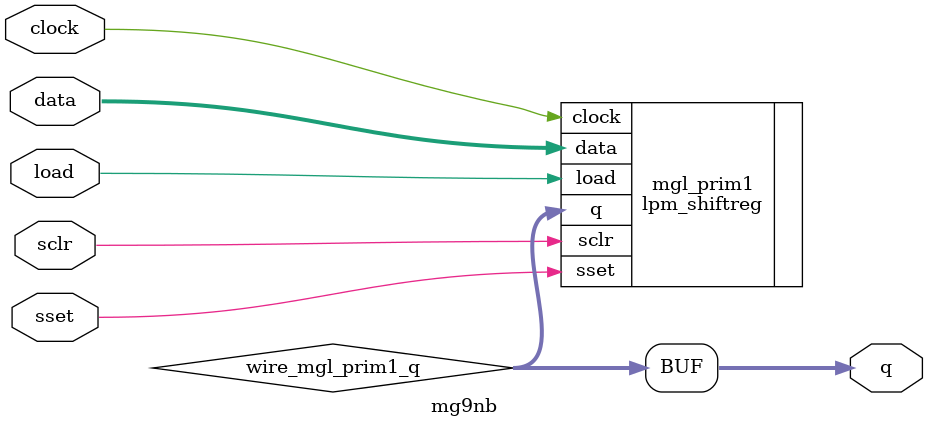
<source format=v>






//synthesis_resources = lpm_shiftreg 1 
//synopsys translate_off
`timescale 1 ps / 1 ps
//synopsys translate_on
module  mg9nb
	( 
	clock,
	data,
	load,
	q,
	sclr,
	sset) /* synthesis synthesis_clearbox=1 */;
	input   clock;
	input   [15:0]  data;
	input   load;
	output   [15:0]  q;
	input   sclr;
	input   sset;

	wire  [15:0]   wire_mgl_prim1_q;

	lpm_shiftreg   mgl_prim1
	( 
	.clock(clock),
	.data(data),
	.load(load),
	.q(wire_mgl_prim1_q),
	.sclr(sclr),
	.sset(sset));
	defparam
		mgl_prim1.lpm_direction = "LEFT",
		mgl_prim1.lpm_type = "LPM_SHIFTREG",
		mgl_prim1.lpm_width = 16;
	assign
		q = wire_mgl_prim1_q;
endmodule //mg9nb
//VALID FILE

</source>
